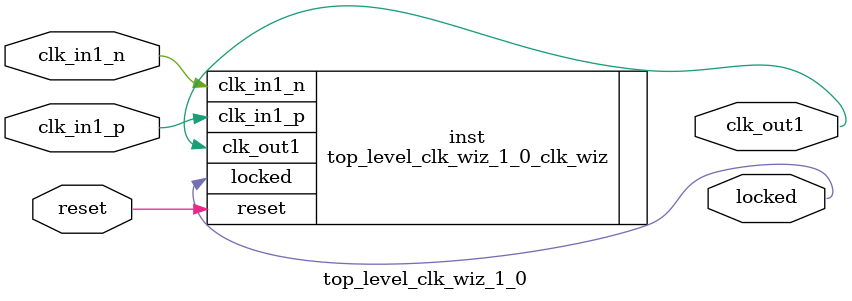
<source format=v>


`timescale 1ps/1ps

(* CORE_GENERATION_INFO = "top_level_clk_wiz_1_0,clk_wiz_v6_0_3_0_0,{component_name=top_level_clk_wiz_1_0,use_phase_alignment=false,use_min_o_jitter=false,use_max_i_jitter=false,use_dyn_phase_shift=false,use_inclk_switchover=false,use_dyn_reconfig=false,enable_axi=0,feedback_source=FDBK_AUTO,PRIMITIVE=MMCM,num_out_clk=1,clkin1_period=3.333,clkin2_period=10.0,use_power_down=false,use_reset=true,use_locked=true,use_inclk_stopped=false,feedback_type=SINGLE,CLOCK_MGR_TYPE=NA,manual_override=false}" *)

module top_level_clk_wiz_1_0 
 (
  // Clock out ports
  output        clk_out1,
  // Status and control signals
  input         reset,
  output        locked,
 // Clock in ports
  input         clk_in1_p,
  input         clk_in1_n
 );

  top_level_clk_wiz_1_0_clk_wiz inst
  (
  // Clock out ports  
  .clk_out1(clk_out1),
  // Status and control signals               
  .reset(reset), 
  .locked(locked),
 // Clock in ports
  .clk_in1_p(clk_in1_p),
  .clk_in1_n(clk_in1_n)
  );

endmodule

</source>
